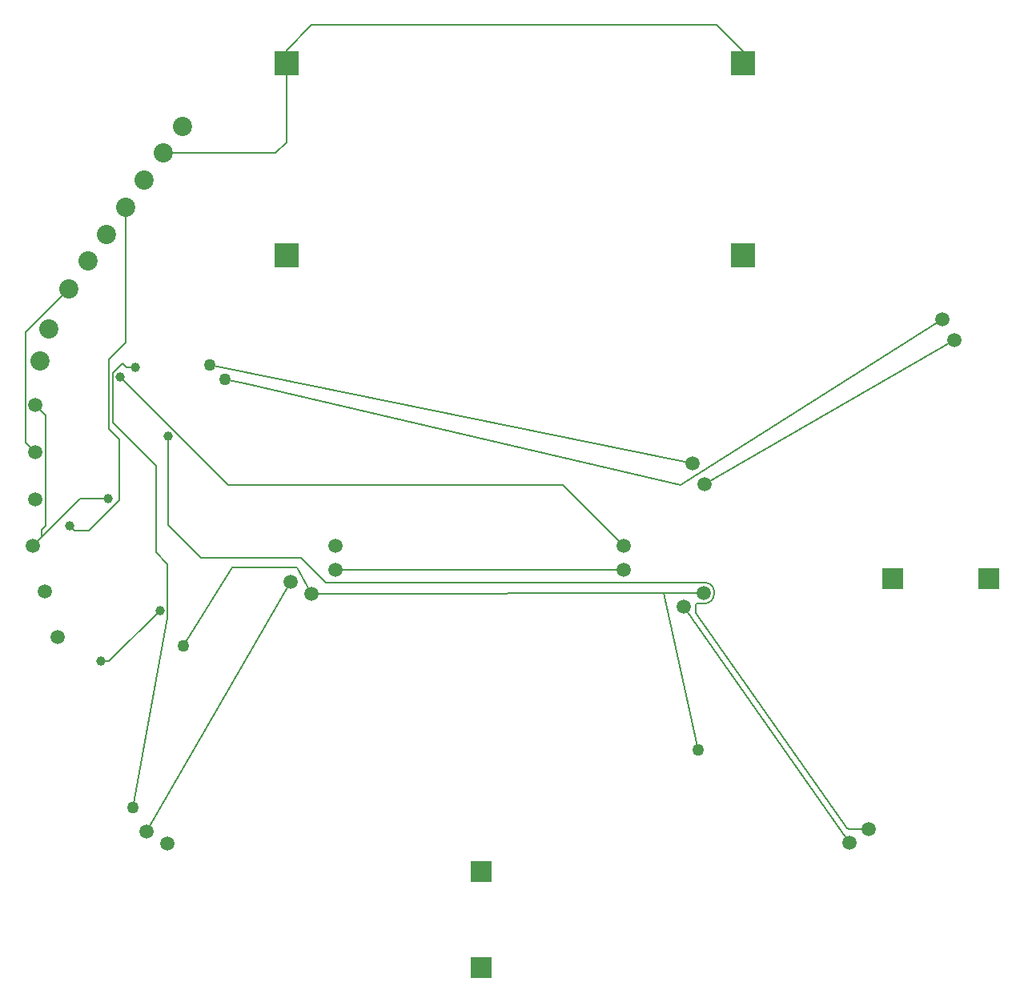
<source format=gbl>
G04 Layer_Physical_Order=2*
G04 Layer_Color=16711680*
%FSLAX42Y42*%
%MOMM*%
G71*
G01*
G75*
%ADD10C,0.20*%
%ADD22C,2.03*%
%ADD23C,1.50*%
%ADD24R,2.29X2.29*%
%ADD25R,2.29X2.29*%
%ADD26R,2.54X2.54*%
%ADD27C,1.52*%
%ADD28C,1.00*%
%ADD29C,1.27*%
D10*
X12764Y11878D02*
G03*
X12675Y11967I-89J0D01*
G01*
X12662Y11747D02*
G03*
X12764Y11849I0J102D01*
G01*
X12586Y11747D02*
G03*
X12573Y11735I0J-13D01*
G01*
X14173Y9373D02*
G03*
X14190Y9365I17J17D01*
G01*
X12574Y11732D02*
G03*
X12573Y11735I-4J0D01*
G01*
X8242Y17462D02*
Y17602D01*
X8509Y17869D01*
X12789D01*
X13068Y17462D02*
Y17590D01*
X12789Y17869D02*
X13068Y17590D01*
X8242Y16625D02*
Y17462D01*
X12764Y11849D02*
Y11878D01*
X12586Y11747D02*
X12662D01*
X12574Y11647D02*
Y11732D01*
X14190Y9365D02*
X14402D01*
X12574Y11647D02*
X14173Y9373D01*
X14173Y9373D01*
X8658Y11967D02*
X12675D01*
X6551Y14249D02*
X6642D01*
X6510Y14290D02*
X6551Y14249D01*
X6152Y12522D02*
X6472Y12842D01*
X5997Y12522D02*
X6152D01*
X5946Y12573D02*
X5997Y12522D01*
X14173Y9373D02*
Y9373D01*
X7341Y12230D02*
X8395D01*
X8658Y11967D01*
X7429Y14275D02*
X12536Y13229D01*
X6617Y9589D02*
X6985Y11596D01*
X6766Y9335D02*
X8290Y11975D01*
X7150Y11303D02*
X7671Y12129D01*
X8357D01*
X8509Y11848D01*
X12230Y11862D02*
X12654D01*
X10588D02*
X12230D01*
X12598Y10198D01*
X12446Y11717D02*
X14194Y9220D01*
X6990Y12581D02*
X7341Y12230D01*
X6990Y12581D02*
Y13520D01*
X7836Y14066D02*
X12408Y13005D01*
X7595Y14122D02*
X7836Y14066D01*
X12408Y13005D02*
X15176Y14753D01*
X12663Y13009D02*
X15303Y14533D01*
X6986Y11596D02*
Y12163D01*
X6985Y11596D02*
X6986Y11596D01*
X6861Y12289D02*
X6986Y12163D01*
X5653Y12451D02*
X6062Y12860D01*
X6355D01*
X5560Y12358D02*
X5653Y12451D01*
Y12526D01*
X5695Y12568D01*
Y13741D01*
X5588Y13848D02*
X5695Y13741D01*
X5481Y14618D02*
X5939Y15076D01*
X5481Y13454D02*
Y14618D01*
Y13454D02*
X5588Y13348D01*
X6279Y11138D02*
X6368D01*
X6906Y11676D01*
X15176Y14753D02*
Y14755D01*
X11166Y13002D02*
X11811Y12357D01*
X7630Y13002D02*
X11166D01*
X6485Y14148D02*
X7630Y13002D01*
X6540Y14508D02*
Y15938D01*
X6363Y14331D02*
X6540Y14508D01*
X6363Y13594D02*
Y14331D01*
Y13594D02*
X6472Y13485D01*
Y12842D02*
Y13485D01*
X6861Y12289D02*
Y13205D01*
X6403Y13663D02*
X6861Y13205D01*
X6403Y13663D02*
Y14183D01*
X6510Y14290D01*
X6941Y16511D02*
X8128D01*
X8242Y16625D01*
X10574Y11848D02*
X10588Y11862D01*
X8509Y11848D02*
X10574D01*
X8763Y12103D02*
X11811D01*
D22*
X5939Y15076D02*
D03*
X7142Y16798D02*
D03*
X6941Y16511D02*
D03*
X6740Y16224D02*
D03*
X6540Y15938D02*
D03*
X6339Y15651D02*
D03*
X6145Y15369D02*
D03*
X5639Y14313D02*
D03*
X5730Y14651D02*
D03*
D23*
X14402Y9365D02*
D03*
X14194Y9220D02*
D03*
X12654Y11862D02*
D03*
X12446Y11717D02*
D03*
X15176Y14753D02*
D03*
X15303Y14533D02*
D03*
X12536Y13229D02*
D03*
X12663Y13009D02*
D03*
X11811Y12357D02*
D03*
Y12103D02*
D03*
X8763Y12357D02*
D03*
Y12103D02*
D03*
X6985Y9208D02*
D03*
X6766Y9335D02*
D03*
X8509Y11848D02*
D03*
X8290Y11975D02*
D03*
D24*
X10300Y8915D02*
D03*
Y7899D02*
D03*
D25*
X14656Y12014D02*
D03*
X15672D02*
D03*
D26*
X13068Y17462D02*
D03*
Y15430D02*
D03*
X8242D02*
D03*
Y17462D02*
D03*
D27*
X5588Y13848D02*
D03*
Y13348D02*
D03*
Y12847D02*
D03*
X5560Y12358D02*
D03*
X5690Y11875D02*
D03*
X5819Y11391D02*
D03*
D28*
X6642Y14249D02*
D03*
X5946Y12573D02*
D03*
X6355Y12860D02*
D03*
X6279Y11138D02*
D03*
X6906Y11676D02*
D03*
X6485Y14148D02*
D03*
X6990Y13520D02*
D03*
D29*
X6617Y9589D02*
D03*
X7150Y11303D02*
D03*
X12598Y10198D02*
D03*
X7595Y14122D02*
D03*
X7429Y14275D02*
D03*
M02*

</source>
